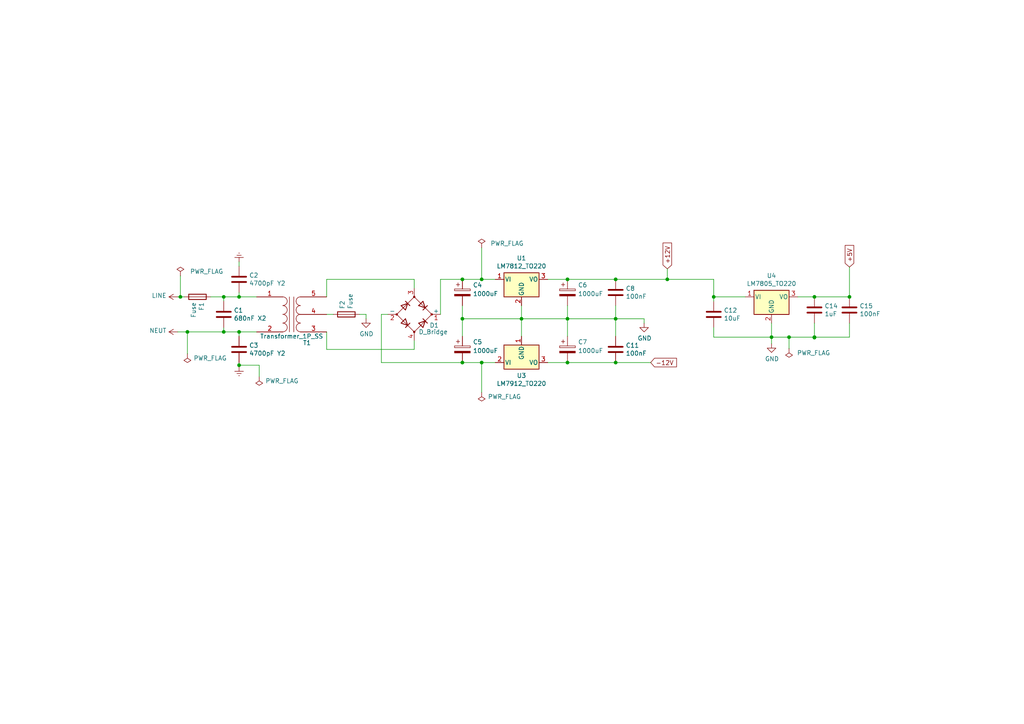
<source format=kicad_sch>
(kicad_sch (version 20211123) (generator eeschema)
  (paper "A4")
  (title_block (title "Power Supply") (company "Joachim Westlund"))
  (lib_symbols
    (symbol "Device:C" (pin_numbers hide) (pin_names (offset 0.254))
      (property "Reference" "C" (at 0.635 2.54 0))
      (property "Value" "C" (at 0.635 -2.54 0))
      (symbol "C_0_1"
        (polyline (pts (xy -2.032 -0.762) (xy 2.032 -0.762)) (stroke (width 0.508)))
        (polyline (pts (xy -2.032 0.762) (xy 2.032 0.762)) (stroke (width 0.508)))
      )
      (symbol "C_1_1"
        (pin passive line (at 0 3.81 270) (length 2.794) (name "~") (number "1"))
        (pin passive line (at 0 -3.81 90) (length 2.794) (name "~") (number "2"))
      )
    )
    (symbol "Device:C_Polarized" (pin_numbers hide) (pin_names (offset 0.254))
      (property "Reference" "C" (at 0.635 2.54 0))
      (property "Value" "C_Polarized" (at 0.635 -2.54 0))
      (symbol "C_Polarized_0_1"
        (rectangle (start -2.286 0.508) (end 2.286 1.016))
        (polyline (pts (xy -1.778 2.286) (xy -0.762 2.286)))
        (polyline (pts (xy -1.27 2.794) (xy -1.27 1.778)))
        (rectangle (start 2.286 -0.508) (end -2.286 -1.016) (fill (type outline)))
      )
      (symbol "C_Polarized_1_1"
        (pin passive line (at 0 3.81 270) (length 2.794) (name "~") (number "1"))
        (pin passive line (at 0 -3.81 90) (length 2.794) (name "~") (number "2"))
      )
    )
    (symbol "Device:D_Bridge_+-AA" (pin_names (offset 0))
      (property "Reference" "D" (at 2.54 6.985 0))
      (property "Value" "D_Bridge_+-AA" (at 2.54 5.08 0))
      (symbol "D_Bridge_+-AA_0_1"
        (circle (center -5.08 0) (radius 0.254) (fill (type outline)))
        (circle (center 0 -5.08) (radius 0.254) (fill (type outline)))
        (polyline (pts (xy -2.54 3.81) (xy -1.27 2.54)) (stroke (width 0.254)))
        (polyline (pts (xy -1.27 -2.54) (xy -2.54 -3.81)) (stroke (width 0.254)))
        (polyline (pts (xy 2.54 -1.27) (xy 3.81 -2.54)) (stroke (width 0.254)))
        (polyline (pts (xy 2.54 1.27) (xy 3.81 2.54)) (stroke (width 0.254)))
        (polyline (pts (xy -3.81 2.54) (xy -2.54 1.27) (xy -1.905 3.175) (xy -3.81 2.54)) (stroke (width 0.254)))
        (polyline (pts (xy -2.54 -1.27) (xy -3.81 -2.54) (xy -1.905 -3.175) (xy -2.54 -1.27)) (stroke (width 0.254)))
        (polyline (pts (xy 1.27 2.54) (xy 2.54 3.81) (xy 3.175 1.905) (xy 1.27 2.54)) (stroke (width 0.254)))
        (polyline (pts (xy 3.175 -1.905) (xy 1.27 -2.54) (xy 2.54 -3.81) (xy 3.175 -1.905)) (stroke (width 0.254)))
        (polyline (pts (xy -5.08 0) (xy 0 -5.08) (xy 5.08 0) (xy 0 5.08) (xy -5.08 0)))
        (circle (center 0 5.08) (radius 0.254) (fill (type outline)))
        (circle (center 5.08 0) (radius 0.254) (fill (type outline)))
      )
      (symbol "D_Bridge_+-AA_1_1"
        (pin passive line (at 7.62 0 180) (length 2.54) (name "+") (number "1"))
        (pin passive line (at -7.62 0 0) (length 2.54) (name "-") (number "2"))
        (pin passive line (at 0 7.62 270) (length 2.54) (name "~") (number "3"))
        (pin passive line (at 0 -7.62 90) (length 2.54) (name "~") (number "4"))
      )
    )
    (symbol "Device:Fuse" (pin_numbers hide) (pin_names (offset 0))
      (property "Reference" "F" (at 2.032 0 90))
      (property "Value" "Fuse" (at -1.905 0 90))
      (symbol "Fuse_0_1"
        (rectangle (start -0.762 -2.54) (end 0.762 2.54) (stroke (width 0.254)))
        (polyline (pts (xy 0 2.54) (xy 0 -2.54)))
      )
      (symbol "Fuse_1_1"
        (pin passive line (at 0 3.81 270) (length 1.27) (name "~") (number "1"))
        (pin passive line (at 0 -3.81 90) (length 1.27) (name "~") (number "2"))
      )
    )
    (symbol "Device:Transformer_1P_SS" (pin_names (offset 1.016) hide)
      (property "Reference" "T" (at 0 6.35 0))
      (property "Value" "Transformer_1P_SS" (at 0 -7.62 0))
      (symbol "Transformer_1P_SS_0_1"
        (arc (start -2.54 -5.0546) (mid -1.6561 -4.6863) (end -1.27 -3.81))
        (arc (start -2.54 -2.5146) (mid -1.6561 -2.1463) (end -1.27 -1.27))
        (arc (start -2.54 0.0254) (mid -1.6561 0.3937) (end -1.27 1.27))
        (arc (start -2.54 2.5654) (mid -1.6561 2.9337) (end -1.27 3.81))
        (arc (start -1.27 -3.81) (mid -1.642 -2.912) (end -2.54 -2.54))
        (arc (start -1.27 -1.27) (mid -1.642 -0.372) (end -2.54 0))
        (arc (start -1.27 1.27) (mid -1.642 2.168) (end -2.54 2.54))
        (arc (start -1.27 3.81) (mid -1.642 4.708) (end -2.54 5.08))
        (polyline (pts (xy -0.635 5.08) (xy -0.635 -5.08)))
        (polyline (pts (xy 0.635 -5.08) (xy 0.635 5.08)))
        (arc (start 1.2954 -1.27) (mid 1.6599 -2.1501) (end 2.54 -2.5146))
        (arc (start 1.2954 1.27) (mid 1.6599 0.3899) (end 2.54 0.0254))
        (arc (start 1.2954 3.81) (mid 1.6599 2.9299) (end 2.54 2.5654))
        (arc (start 1.3208 -3.81) (mid 1.6853 -4.6901) (end 2.5654 -5.0546))
        (arc (start 2.54 0) (mid 1.6456 -0.3683) (end 1.2954 -1.27))
        (arc (start 2.54 2.54) (mid 1.6456 2.1717) (end 1.2954 1.27))
        (arc (start 2.54 5.08) (mid 1.6456 4.7117) (end 1.2954 3.81))
        (arc (start 2.5654 -2.54) (mid 1.671 -2.9083) (end 1.3208 -3.81))
      )
      (symbol "Transformer_1P_SS_1_1"
        (pin passive line (at -10.16 5.08 0) (length 7.62) (name "AA") (number "1"))
        (pin passive line (at -10.16 -5.08 0) (length 7.62) (name "AB") (number "2"))
        (pin passive line (at 10.16 -5.08 180) (length 7.62) (name "SA") (number "3"))
        (pin passive line (at 10.16 0 180) (length 7.62) (name "SC") (number "4"))
        (pin passive line (at 10.16 5.08 180) (length 7.62) (name "SB") (number "5"))
      )
    )
    (symbol "Regulator_Linear:LM7805_TO220" (pin_names (offset 0.254))
      (property "Reference" "U" (at -3.81 3.175 0))
      (property "Value" "LM7805_TO220" (at 0 3.175 0))
      (symbol "LM7805_TO220_0_1"
        (rectangle (start -5.08 1.905) (end 5.08 -5.08) (stroke (width 0.254)) (fill (type background)))
      )
      (symbol "LM7805_TO220_1_1"
        (pin power_in line (at -7.62 0 0) (length 2.54) (name "VI") (number "1"))
        (pin power_in line (at 0 -7.62 90) (length 2.54) (name "GND") (number "2"))
        (pin power_out line (at 7.62 0 180) (length 2.54) (name "VO") (number "3"))
      )
    )
    (symbol "Regulator_Linear:LM7812_TO220" (pin_names (offset 0.254))
      (property "Reference" "U" (at -3.81 3.175 0))
      (property "Value" "LM7812_TO220" (at 0 3.175 0))
      (symbol "LM7812_TO220_0_1"
        (rectangle (start -5.08 1.905) (end 5.08 -5.08) (stroke (width 0.254)) (fill (type background)))
      )
      (symbol "LM7812_TO220_1_1"
        (pin power_in line (at -7.62 0 0) (length 2.54) (name "VI") (number "1"))
        (pin power_in line (at 0 -7.62 90) (length 2.54) (name "GND") (number "2"))
        (pin power_out line (at 7.62 0 180) (length 2.54) (name "VO") (number "3"))
      )
    )
    (symbol "Regulator_Linear:LM7912_TO220" (pin_names (offset 0.254))
      (property "Reference" "U" (at -3.81 -3.175 0))
      (property "Value" "LM7912_TO220" (at 0 -3.175 0))
      (symbol "LM7912_TO220_0_1"
        (rectangle (start -5.08 5.08) (end 5.08 -1.905) (stroke (width 0.254)) (fill (type background)))
      )
      (symbol "LM7912_TO220_1_1"
        (pin power_in line (at 0 7.62 270) (length 2.54) (name "GND") (number "1"))
        (pin power_in line (at -7.62 0 0) (length 2.54) (name "VI") (number "2"))
        (pin power_out line (at 7.62 0 180) (length 2.54) (name "VO") (number "3"))
      )
    )
    (symbol "power:Earth" (power) (pin_names (offset 0))
      (symbol "Earth_0_1"
        (polyline (pts (xy -0.635 -1.905) (xy 0.635 -1.905)))
        (polyline (pts (xy -0.127 -2.54) (xy 0.127 -2.54)))
        (polyline (pts (xy 0 -1.27) (xy 0 0)))
        (polyline (pts (xy 1.27 -1.27) (xy -1.27 -1.27)))
      )
      (symbol "Earth_1_1"
        (pin power_in line (at 0 0 270) (length 0) hide (name "Earth") (number "1"))
      )
    )
    (symbol "power:GND" (power) (pin_names (offset 0))
      (property "Value" "GND" (at 0 -3.81 0))
      (symbol "GND_0_1"
        (polyline (pts (xy 0 0) (xy 0 -1.27) (xy 1.27 -1.27) (xy 0 -2.54) (xy -1.27 -1.27) (xy 0 -1.27)))
      )
      (symbol "GND_1_1"
        (pin power_in line (at 0 0 270) (length 0) hide (name "GND") (number "1"))
      )
    )
    (symbol "power:LINE" (power) (pin_names (offset 0))
      (property "Value" "LINE" (at 0 3.81 0))
      (symbol "LINE_0_1"
        (polyline (pts (xy -0.762 1.27) (xy 0 2.54)))
        (polyline (pts (xy 0 0) (xy 0 2.54)))
        (polyline (pts (xy 0 2.54) (xy 0.762 1.27)))
      )
      (symbol "LINE_1_1"
        (pin power_in line (at 0 0 90) (length 0) hide (name "LINE") (number "1"))
      )
    )
    (symbol "power:NEUT" (power) (pin_names (offset 0))
      (property "Value" "NEUT" (at 0 3.81 0))
      (symbol "NEUT_0_1"
        (polyline (pts (xy -0.762 1.27) (xy 0 2.54)))
        (polyline (pts (xy 0 0) (xy 0 2.54)))
        (polyline (pts (xy 0 2.54) (xy 0.762 1.27)))
      )
      (symbol "NEUT_1_1"
        (pin power_in line (at 0 0 90) (length 0) hide (name "NEUT") (number "1"))
      )
    )
    (symbol "power:PWR_FLAG" (power) (pin_numbers hide) (pin_names (offset 0) hide)
      (property "Value" "PWR_FLAG" (at 0 3.81 0))
      (symbol "PWR_FLAG_0_0"
        (pin power_out line (at 0 0 90) (length 0) (name "pwr") (number "1"))
      )
      (symbol "PWR_FLAG_0_1"
        (polyline (pts (xy 0 0) (xy 0 1.27) (xy -1.016 1.905) (xy 0 2.54) (xy 1.016 1.905) (xy 0 1.27)))
      )
    )
  )
  (junction (at 193.548 81.026))
  (junction (at 52.324 86.106))
  (junction (at 228.854 97.79))
  (junction (at 69.342 86.106))
  (junction (at 134.112 92.456))
  (junction (at 151.257 92.456))
  (junction (at 139.7 81.026))
  (junction (at 64.897 96.266))
  (junction (at 134.112 105.156))
  (junction (at 178.562 105.156))
  (junction (at 223.774 97.79))
  (junction (at 69.342 96.266))
  (junction (at 139.7 105.156))
  (junction (at 134.112 81.026))
  (junction (at 164.592 92.456))
  (junction (at 236.22 86.106))
  (junction (at 64.897 86.106))
  (junction (at 69.342 105.918))
  (junction (at 236.22 97.917))
  (junction (at 178.562 81.026))
  (junction (at 207.01 86.106))
  (junction (at 178.562 92.456))
  (junction (at 164.592 105.156))
  (junction (at 164.592 81.026))
  (junction (at 236.22 97.79))
  (junction (at 246.38 86.106))
  (junction (at 54.356 96.266))
  (wire (pts (xy 223.774 97.79) (xy 207.01 97.79)))
  (wire (pts (xy 110.617 91.186) (xy 110.617 105.156)))
  (wire (pts (xy 94.742 86.106) (xy 94.742 81.026)))
  (wire (pts (xy 54.356 96.266) (xy 64.897 96.266)))
  (wire (pts (xy 51.562 96.266) (xy 54.356 96.266)))
  (wire (pts (xy 143.637 81.026) (xy 139.7 81.026)))
  (wire (pts (xy 134.112 81.026) (xy 139.7 81.026)))
  (wire (pts (xy 69.342 77.216) (xy 69.342 75.946)))
  (wire (pts (xy 186.817 92.456) (xy 178.562 92.456)))
  (wire (pts (xy 69.342 105.156) (xy 69.342 105.918)))
  (wire (pts (xy 207.01 86.106) (xy 216.154 86.106)))
  (wire (pts (xy 228.854 97.79) (xy 228.854 101.092)))
  (wire (pts (xy 186.817 93.726) (xy 186.817 92.456)))
  (wire (pts (xy 151.257 97.536) (xy 151.257 92.456)))
  (wire (pts (xy 164.592 92.456) (xy 164.592 88.646)))
  (wire (pts (xy 178.562 92.456) (xy 178.562 97.536)))
  (wire (pts (xy 94.742 96.266) (xy 94.742 101.346)))
  (wire (pts (xy 193.548 81.026) (xy 207.01 81.026)))
  (wire (pts (xy 61.087 86.106) (xy 64.897 86.106)))
  (wire (pts (xy 127.762 91.186) (xy 127.762 81.026)))
  (wire (pts (xy 178.562 92.456) (xy 164.592 92.456)))
  (wire (pts (xy 158.877 81.026) (xy 164.592 81.026)))
  (wire (pts (xy 236.22 97.79) (xy 228.854 97.79)))
  (wire (pts (xy 52.324 86.106) (xy 53.467 86.106)))
  (wire (pts (xy 110.617 105.156) (xy 134.112 105.156)))
  (wire (pts (xy 207.01 87.376) (xy 207.01 86.106)))
  (wire (pts (xy 223.774 97.79) (xy 223.774 99.695)))
  (wire (pts (xy 69.342 86.106) (xy 74.422 86.106)))
  (wire (pts (xy 69.342 96.266) (xy 74.422 96.266)))
  (wire (pts (xy 64.897 96.266) (xy 69.342 96.266)))
  (wire (pts (xy 228.854 97.79) (xy 223.774 97.79)))
  (wire (pts (xy 52.324 80.01) (xy 52.324 86.106)))
  (wire (pts (xy 207.01 94.996) (xy 207.01 97.79)))
  (wire (pts (xy 164.592 81.026) (xy 178.562 81.026)))
  (wire (pts (xy 106.172 91.186) (xy 106.172 92.456)))
  (wire (pts (xy 164.592 105.156) (xy 178.562 105.156)))
  (wire (pts (xy 104.267 91.186) (xy 106.172 91.186)))
  (wire (pts (xy 134.112 88.646) (xy 134.112 92.456)))
  (wire (pts (xy 139.7 71.882) (xy 139.7 81.026)))
  (wire (pts (xy 151.257 92.456) (xy 134.112 92.456)))
  (wire (pts (xy 164.592 92.456) (xy 151.257 92.456)))
  (wire (pts (xy 236.22 93.726) (xy 236.22 97.79)))
  (wire (pts (xy 164.592 97.536) (xy 164.592 92.456)))
  (wire (pts (xy 94.742 81.026) (xy 120.142 81.026)))
  (wire (pts (xy 236.22 97.79) (xy 246.38 97.79)))
  (wire (pts (xy 231.394 86.106) (xy 236.22 86.106)))
  (wire (pts (xy 112.522 91.186) (xy 110.617 91.186)))
  (wire (pts (xy 127.762 81.026) (xy 134.112 81.026)))
  (wire (pts (xy 178.562 88.646) (xy 178.562 92.456)))
  (wire (pts (xy 134.112 105.156) (xy 139.7 105.156)))
  (wire (pts (xy 94.742 101.346) (xy 120.142 101.346)))
  (wire (pts (xy 64.897 87.376) (xy 64.897 86.106)))
  (wire (pts (xy 223.774 93.726) (xy 223.774 97.79)))
  (wire (pts (xy 54.356 96.266) (xy 54.356 102.616)))
  (wire (pts (xy 64.897 86.106) (xy 69.342 86.106)))
  (wire (pts (xy 158.877 105.156) (xy 164.592 105.156)))
  (wire (pts (xy 69.342 97.536) (xy 69.342 96.266)))
  (wire (pts (xy 178.562 105.156) (xy 188.722 105.156)))
  (wire (pts (xy 143.637 105.156) (xy 139.7 105.156)))
  (wire (pts (xy 236.22 86.106) (xy 246.38 86.106)))
  (wire (pts (xy 207.01 86.106) (xy 207.01 81.026)))
  (wire (pts (xy 246.38 93.726) (xy 246.38 97.79)))
  (wire (pts (xy 120.142 81.026) (xy 120.142 83.566)))
  (wire (pts (xy 64.897 94.996) (xy 64.897 96.266)))
  (wire (pts (xy 151.257 92.456) (xy 151.257 88.646)))
  (wire (pts (xy 69.342 105.918) (xy 69.342 106.426)))
  (wire (pts (xy 139.7 105.156) (xy 139.7 113.792)))
  (wire (pts (xy 120.142 101.346) (xy 120.142 98.806)))
  (wire (pts (xy 134.112 92.456) (xy 134.112 97.536)))
  (wire (pts (xy 51.562 86.106) (xy 52.324 86.106)))
  (wire (pts (xy 75.184 105.918) (xy 69.342 105.918)))
  (wire (pts (xy 94.742 91.186) (xy 96.647 91.186)))
  (wire (pts (xy 246.38 77.47) (xy 246.38 86.106)))
  (wire (pts (xy 178.562 81.026) (xy 193.548 81.026)))
  (wire (pts (xy 75.184 109.22) (xy 75.184 105.918)))
  (wire (pts (xy 193.548 77.978) (xy 193.548 81.026)))
  (wire (pts (xy 69.342 84.836) (xy 69.342 86.106)))
  (wire (pts (xy 236.22 97.79) (xy 236.22 97.917)))
  (global_label "+12V" (shape input) (at 193.548 77.978 90) (property "Intersheet References" "${INTERSHEET_REFS}" (effects hide)))
  (global_label "+5V" (shape input) (at 246.38 77.47 90) (property "Intersheet References" "${INTERSHEET_REFS}" (effects hide)))
  (global_label "-12V" (shape input) (at 188.722 105.156 0) (property "Intersheet References" "${INTERSHEET_REFS}" (effects hide)))
  (symbol (lib_id "Device:C") (at 178.562 84.836 0) (unit 1)
    (property "Reference" "C8" (at 181.483 83.6676 0) (effects (justify left)))
    (property "Value" "100nF" (at 181.483 85.979 0) (effects (justify left)))
  )
  (symbol (lib_id "power:GND") (at 186.817 93.726 0) (unit 1)
    (property "Reference" "#PWR014" (effects hide))
    (property "Value" "GND" (at 186.944 98.1202 0))
  )
  (symbol (lib_id "power:PWR_FLAG") (at 54.356 102.616 180) (unit 1)
    (property "Reference" "#FLG0107" (effects hide))
    (property "Value" "PWR_FLAG" (at 56.134 103.8859 0) (effects (justify right)))
  )
  (symbol (lib_id "power:PWR_FLAG") (at 52.324 80.01 0) (unit 1)
    (property "Reference" "#FLG0106" (effects hide))
    (property "Value" "PWR_FLAG" (at 55.118 78.7399 0) (effects (justify left)))
  )
  (symbol (lib_id "Device:C") (at 236.22 89.916 0) (unit 1)
    (property "Reference" "C14" (at 239.141 88.7476 0) (effects (justify left)))
    (property "Value" "1uF" (at 239.141 91.059 0) (effects (justify left)))
  )
  (symbol (lib_id "Device:C") (at 246.38 89.916 0) (unit 1)
    (property "Reference" "C15" (at 249.301 88.7476 0) (effects (justify left)))
    (property "Value" "100nF" (at 249.301 91.059 0) (effects (justify left)))
  )
  (symbol (lib_id "power:PWR_FLAG") (at 228.854 101.092 180) (unit 1)
    (property "Reference" "#FLG0101" (effects hide))
    (property "Value" "PWR_FLAG" (at 231.14 102.3619 0) (effects (justify right)))
  )
  (symbol (lib_id "Regulator_Linear:LM7812_TO220") (at 151.257 81.026 0) (unit 1)
    (property "Reference" "U1" (at 151.257 74.8792 0))
    (property "Value" "LM7812_TO220" (at 151.257 77.1906 0))
    (property "Datasheet" "https://www.onsemi.cn/PowerSolutions/document/MC7800-D.PDF" (effects hide))
  )
  (symbol (lib_id "power:PWR_FLAG") (at 139.7 71.882 0) (unit 1)
    (property "Reference" "#FLG0102" (effects hide))
    (property "Value" "PWR_FLAG" (at 142.24 70.6119 0) (effects (justify left)))
  )
  (symbol (lib_id "Device:C") (at 69.342 81.026 0) (unit 1)
    (property "Reference" "C2" (at 72.263 79.8576 0) (effects (justify left)))
    (property "Value" "4700pF Y2" (at 72.263 82.169 0) (effects (justify left)))
  )
  (symbol (lib_id "Device:C") (at 207.01 91.186 0) (unit 1)
    (property "Reference" "C12" (at 209.931 90.0176 0) (effects (justify left)))
    (property "Value" "10uF" (at 209.931 92.329 0) (effects (justify left)))
  )
  (symbol (lib_id "power:Earth") (at 69.342 75.946 180) (unit 1)
    (property "Reference" "#PWR04" (effects hide))
    (property "Value" "Earth" (effects hide))
  )
  (symbol (lib_id "Device:C_Polarized") (at 164.592 101.346 0) (unit 1)
    (property "Reference" "C7" (at 167.64 99.1869 0) (effects (justify left)))
    (property "Value" "1000uF" (at 167.64 101.7269 0) (effects (justify left)))
  )
  (symbol (lib_id "power:NEUT") (at 51.562 96.266 90) (unit 1)
    (property "Reference" "#PWR03" (effects hide))
    (property "Value" "NEUT" (at 48.3108 95.885 90) (effects (justify left)))
  )
  (symbol (lib_id "Device:C") (at 69.342 101.346 180) (unit 1)
    (property "Reference" "C3" (at 72.263 100.1776 0) (effects (justify right)))
    (property "Value" "4700pF Y2" (at 72.263 102.489 0) (effects (justify right)))
  )
  (symbol (lib_id "Regulator_Linear:LM7805_TO220") (at 223.774 86.106 0) (unit 1)
    (property "Reference" "U4" (at 223.774 79.9592 0))
    (property "Value" "LM7805_TO220" (at 223.774 82.2706 0))
    (property "Datasheet" "https://www.onsemi.cn/PowerSolutions/document/MC7800-D.PDF" (effects hide))
  )
  (symbol (lib_id "power:GND") (at 223.774 99.695 0) (unit 1)
    (property "Reference" "#PWR031" (effects hide))
    (property "Value" "GND" (at 223.901 104.0892 0))
  )
  (symbol (lib_id "Device:Fuse") (at 100.457 91.186 90) (unit 1)
    (property "Reference" "F2" (at 99.2886 89.662 0) (effects (justify left)))
    (property "Value" "Fuse" (at 101.6 89.662 0) (effects (justify left)))
  )
  (symbol (lib_id "Device:C_Polarized") (at 134.112 84.836 0) (unit 1)
    (property "Reference" "C4" (at 137.16 82.6769 0) (effects (justify left)))
    (property "Value" "1000uF" (at 137.16 85.2169 0) (effects (justify left)))
  )
  (symbol (lib_id "power:PWR_FLAG") (at 75.184 109.22 180) (unit 1)
    (property "Reference" "#FLG0105" (effects hide))
    (property "Value" "PWR_FLAG" (at 76.962 110.4899 0) (effects (justify right)))
  )
  (symbol (lib_id "Device:C_Polarized") (at 134.112 101.346 0) (unit 1)
    (property "Reference" "C5" (at 137.16 99.1869 0) (effects (justify left)))
    (property "Value" "1000uF" (at 137.16 101.7269 0) (effects (justify left)))
  )
  (symbol (lib_id "power:LINE") (at 51.562 86.106 90) (unit 1)
    (property "Reference" "#PWR02" (effects hide))
    (property "Value" "LINE" (at 48.3108 85.725 90) (effects (justify left)))
  )
  (symbol (lib_id "Device:D_Bridge_+-AA") (at 120.142 91.186 0) (unit 1)
    (property "Reference" "D1" (at 124.587 94.361 0) (effects (justify left)))
    (property "Value" "D_Bridge" (at 121.412 96.266 0) (effects (justify left)))
  )
  (symbol (lib_id "Regulator_Linear:LM7912_TO220") (at 151.257 105.156 0) (unit 1)
    (property "Reference" "U3" (at 151.257 108.9406 0))
    (property "Value" "LM7912_TO220" (at 151.257 111.252 0))
    (property "Datasheet" "hhttps://www.onsemi.com/pub/Collateral/MC7900-D.PDF" (effects hide))
  )
  (symbol (lib_id "Device:C") (at 64.897 91.186 0) (unit 1)
    (property "Reference" "C1" (at 67.818 90.0176 0) (effects (justify left)))
    (property "Value" "680nF X2" (at 67.818 92.329 0) (effects (justify left)))
  )
  (symbol (lib_id "power:Earth") (at 69.342 106.426 0) (unit 1)
    (property "Reference" "#PWR05" (effects hide))
    (property "Value" "Earth" (effects hide))
  )
  (symbol (lib_id "power:GND") (at 106.172 92.456 0) (unit 1)
    (property "Reference" "#PWR09" (effects hide))
    (property "Value" "GND" (at 106.299 96.8502 0))
  )
  (symbol (lib_id "Device:Fuse") (at 57.277 86.106 270) (unit 1)
    (property "Reference" "F1" (at 58.4454 87.63 0) (effects (justify left)))
    (property "Value" "Fuse" (at 56.134 87.63 0) (effects (justify left)))
  )
  (symbol (lib_id "power:PWR_FLAG") (at 139.7 113.792 180) (unit 1)
    (property "Reference" "#FLG0103" (effects hide))
    (property "Value" "PWR_FLAG" (at 141.478 115.0619 0) (effects (justify right)))
  )
  (symbol (lib_id "Device:C") (at 178.562 101.346 0) (unit 1)
    (property "Reference" "C11" (at 181.483 100.1776 0) (effects (justify left)))
    (property "Value" "100nF" (at 181.483 102.489 0) (effects (justify left)))
  )
  (symbol (lib_id "Device:C_Polarized") (at 164.592 84.836 0) (unit 1)
    (property "Reference" "C6" (at 167.64 82.6769 0) (effects (justify left)))
    (property "Value" "1000uF" (at 167.64 85.2169 0) (effects (justify left)))
  )
  (symbol (lib_id "Device:Transformer_1P_SS") (at 84.582 91.186 0) (unit 1)
    (property "Reference" "T1" (at 89.027 99.441 0))
    (property "Value" "Transformer_1P_SS" (at 84.582 97.536 0))
  )
)
</source>
